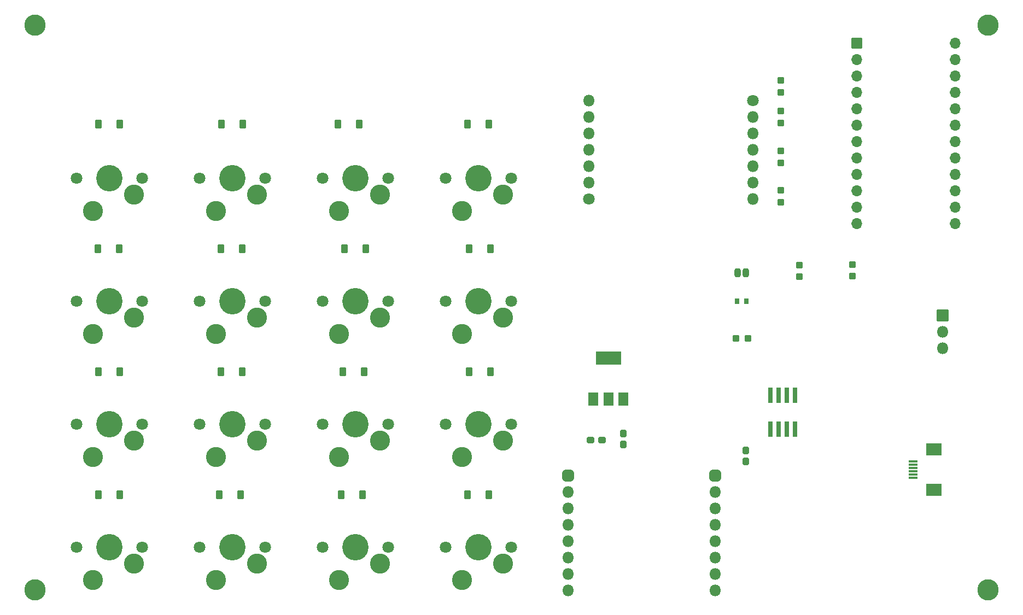
<source format=gbr>
%TF.GenerationSoftware,KiCad,Pcbnew,(6.0.1)*%
%TF.CreationDate,2022-12-10T14:50:15+08:00*%
%TF.ProjectId,Scroller1 two,5363726f-6c6c-4657-9231-2074776f2e6b,rev?*%
%TF.SameCoordinates,Original*%
%TF.FileFunction,Soldermask,Top*%
%TF.FilePolarity,Negative*%
%FSLAX46Y46*%
G04 Gerber Fmt 4.6, Leading zero omitted, Abs format (unit mm)*
G04 Created by KiCad (PCBNEW (6.0.1)) date 2022-12-10 14:50:15*
%MOMM*%
%LPD*%
G01*
G04 APERTURE LIST*
G04 Aperture macros list*
%AMRoundRect*
0 Rectangle with rounded corners*
0 $1 Rounding radius*
0 $2 $3 $4 $5 $6 $7 $8 $9 X,Y pos of 4 corners*
0 Add a 4 corners polygon primitive as box body*
4,1,4,$2,$3,$4,$5,$6,$7,$8,$9,$2,$3,0*
0 Add four circle primitives for the rounded corners*
1,1,$1+$1,$2,$3*
1,1,$1+$1,$4,$5*
1,1,$1+$1,$6,$7*
1,1,$1+$1,$8,$9*
0 Add four rect primitives between the rounded corners*
20,1,$1+$1,$2,$3,$4,$5,0*
20,1,$1+$1,$4,$5,$6,$7,0*
20,1,$1+$1,$6,$7,$8,$9,0*
20,1,$1+$1,$8,$9,$2,$3,0*%
G04 Aperture macros list end*
%ADD10RoundRect,0.050000X0.450000X0.600000X-0.450000X0.600000X-0.450000X-0.600000X0.450000X-0.600000X0*%
%ADD11RoundRect,0.287500X0.237500X-0.250000X0.237500X0.250000X-0.237500X0.250000X-0.237500X-0.250000X0*%
%ADD12C,3.300000*%
%ADD13RoundRect,0.287500X0.237500X-0.300000X0.237500X0.300000X-0.237500X0.300000X-0.237500X-0.300000X0*%
%ADD14RoundRect,0.287500X-0.237500X0.250000X-0.237500X-0.250000X0.237500X-0.250000X0.237500X0.250000X0*%
%ADD15RoundRect,0.287500X-0.237500X0.300000X-0.237500X-0.300000X0.237500X-0.300000X0.237500X0.300000X0*%
%ADD16C,4.087800*%
%ADD17C,3.100000*%
%ADD18C,1.801800*%
%ADD19RoundRect,0.258750X0.208750X0.431250X-0.208750X0.431250X-0.208750X-0.431250X0.208750X-0.431250X0*%
%ADD20RoundRect,0.050000X-0.300000X-1.100000X0.300000X-1.100000X0.300000X1.100000X-0.300000X1.100000X0*%
%ADD21RoundRect,0.050000X0.750000X-1.000000X0.750000X1.000000X-0.750000X1.000000X-0.750000X-1.000000X0*%
%ADD22RoundRect,0.050000X1.900000X-1.000000X1.900000X1.000000X-1.900000X1.000000X-1.900000X-1.000000X0*%
%ADD23RoundRect,0.287500X0.300000X0.237500X-0.300000X0.237500X-0.300000X-0.237500X0.300000X-0.237500X0*%
%ADD24RoundRect,0.050000X-0.300000X-0.350000X0.300000X-0.350000X0.300000X0.350000X-0.300000X0.350000X0*%
%ADD25RoundRect,0.449500X0.450500X0.450500X-0.450500X0.450500X-0.450500X-0.450500X0.450500X-0.450500X0*%
%ADD26O,1.800000X1.800000*%
%ADD27RoundRect,0.050000X0.800000X0.800000X-0.800000X0.800000X-0.800000X-0.800000X0.800000X-0.800000X0*%
%ADD28O,1.700000X1.700000*%
%ADD29RoundRect,0.287500X-0.250000X-0.237500X0.250000X-0.237500X0.250000X0.237500X-0.250000X0.237500X0*%
%ADD30RoundRect,0.050000X0.650000X-0.150000X0.650000X0.150000X-0.650000X0.150000X-0.650000X-0.150000X0*%
%ADD31RoundRect,0.050000X1.100000X-0.900000X1.100000X0.900000X-1.100000X0.900000X-1.100000X-0.900000X0*%
%ADD32RoundRect,0.050000X-0.850000X-0.850000X0.850000X-0.850000X0.850000X0.850000X-0.850000X0.850000X0*%
%ADD33C,1.800000*%
G04 APERTURE END LIST*
D10*
%TO.C,D1_1*%
X119194000Y-91821000D03*
X115894000Y-91821000D03*
%TD*%
D11*
%TO.C,RS_2*%
X183388000Y-67564000D03*
X183388000Y-65739000D03*
%TD*%
D12*
%TO.C,MHole_3*%
X215546000Y-57196000D03*
%TD*%
D13*
%TO.C,C1*%
X178040000Y-124714000D03*
X178040000Y-122989000D03*
%TD*%
D10*
%TO.C,D2_0*%
X138496000Y-110871000D03*
X135196000Y-110871000D03*
%TD*%
D14*
%TO.C,RT_4*%
X194550000Y-94234000D03*
X194550000Y-96059000D03*
%TD*%
D10*
%TO.C,D0_1*%
X118135400Y-72517000D03*
X114835400Y-72517000D03*
%TD*%
D15*
%TO.C,C3*%
X159004000Y-120396000D03*
X159004000Y-122121000D03*
%TD*%
D16*
%TO.C,SW_0_0*%
X136592000Y-80899000D03*
D17*
X140402000Y-83439000D03*
D18*
X141672000Y-80899000D03*
D17*
X134052000Y-85979000D03*
D18*
X131512000Y-80899000D03*
%TD*%
D19*
%TO.C,C2*%
X178032500Y-95504000D03*
X176777500Y-95504000D03*
%TD*%
D10*
%TO.C,D1_0*%
X138498000Y-91821000D03*
X135198000Y-91821000D03*
%TD*%
D17*
%TO.C,SW_2_1*%
X115002000Y-124079000D03*
D18*
X122622000Y-118999000D03*
X112462000Y-118999000D03*
D17*
X121352000Y-121539000D03*
D16*
X117542000Y-118999000D03*
%TD*%
D12*
%TO.C,MHole_1*%
X67946000Y-57196000D03*
%TD*%
%TO.C,MHole_6*%
X215546000Y-144596000D03*
%TD*%
D20*
%TO.C,UM1*%
X181850035Y-119692460D03*
X183120035Y-119692460D03*
X184390035Y-119692460D03*
X185660035Y-119692460D03*
X185660035Y-114492460D03*
X184390035Y-114492460D03*
X183120035Y-114492460D03*
X181850035Y-114492460D03*
%TD*%
D18*
%TO.C,SW_1_0*%
X131512000Y-99949000D03*
D17*
X134052000Y-105029000D03*
D16*
X136592000Y-99949000D03*
D18*
X141672000Y-99949000D03*
D17*
X140402000Y-102489000D03*
%TD*%
D21*
%TO.C,AMS1*%
X154418000Y-115062000D03*
X156718000Y-115062000D03*
D22*
X156718000Y-108762000D03*
D21*
X159018000Y-115062000D03*
%TD*%
D23*
%TO.C,C4*%
X155702000Y-121412000D03*
X153977000Y-121412000D03*
%TD*%
D10*
%TO.C,D1_2*%
X100016000Y-91821000D03*
X96716000Y-91821000D03*
%TD*%
%TO.C,D2_3*%
X81092000Y-110871000D03*
X77792000Y-110871000D03*
%TD*%
D17*
%TO.C,SW_3_0*%
X140402000Y-140589000D03*
D18*
X141672000Y-138049000D03*
D16*
X136592000Y-138049000D03*
D18*
X131512000Y-138049000D03*
D17*
X134052000Y-143129000D03*
%TD*%
D18*
%TO.C,SW_1_3*%
X84522000Y-99949000D03*
X74362000Y-99949000D03*
D17*
X83252000Y-102489000D03*
X76902000Y-105029000D03*
D16*
X79442000Y-99949000D03*
%TD*%
D17*
%TO.C,SW_1_2*%
X102302000Y-102489000D03*
D16*
X98492000Y-99949000D03*
D18*
X103572000Y-99949000D03*
D17*
X95952000Y-105029000D03*
D18*
X93412000Y-99949000D03*
%TD*%
D24*
%TO.C,D1*%
X178054000Y-99949000D03*
X176654000Y-99949000D03*
%TD*%
D25*
%TO.C,TMC1*%
X150472107Y-126961107D03*
D26*
X150472107Y-129501107D03*
X150472107Y-132041107D03*
X150472107Y-134581107D03*
X150472107Y-137121107D03*
X150472107Y-139661107D03*
X150472107Y-142201107D03*
X150472107Y-144741107D03*
D25*
X173272107Y-126961107D03*
D26*
X173272107Y-129501107D03*
X173272107Y-132041107D03*
X173272107Y-134581107D03*
X173272107Y-137121107D03*
X173272107Y-139661107D03*
X173272107Y-142201107D03*
X173272107Y-144741107D03*
%TD*%
D11*
%TO.C,RM_1*%
X183388000Y-84582000D03*
X183388000Y-82757000D03*
%TD*%
D17*
%TO.C,SW_0_3*%
X76902000Y-85979000D03*
D16*
X79442000Y-80899000D03*
D18*
X74362000Y-80899000D03*
D17*
X83252000Y-83439000D03*
D18*
X84522000Y-80899000D03*
%TD*%
%TO.C,SW_3_2*%
X103572000Y-138049000D03*
X93412000Y-138049000D03*
D17*
X95952000Y-143129000D03*
X102302000Y-140589000D03*
D16*
X98492000Y-138049000D03*
%TD*%
D17*
%TO.C,SW_0_1*%
X115002000Y-85979000D03*
D18*
X112462000Y-80899000D03*
D16*
X117542000Y-80899000D03*
D18*
X122622000Y-80899000D03*
D17*
X121352000Y-83439000D03*
%TD*%
D14*
%TO.C,RT_3*%
X186295000Y-94314000D03*
X186295000Y-96139000D03*
%TD*%
D27*
%TO.C,QMK1*%
X195185000Y-59944000D03*
D28*
X195185000Y-62484000D03*
X195185000Y-65024000D03*
X195185000Y-67564000D03*
X195185000Y-70104000D03*
X195185000Y-72644000D03*
X195185000Y-75184000D03*
X195185000Y-77724000D03*
X195185000Y-80264000D03*
X195185000Y-82804000D03*
X195185000Y-85344000D03*
X195185000Y-87884000D03*
X210425000Y-87884000D03*
X210425000Y-85344000D03*
X210425000Y-82804000D03*
X210425000Y-80264000D03*
X210425000Y-77724000D03*
X210425000Y-75184000D03*
X210425000Y-72644000D03*
X210425000Y-70104000D03*
X210425000Y-67564000D03*
X210425000Y-65024000D03*
X210425000Y-62484000D03*
X210425000Y-59944000D03*
%TD*%
D29*
%TO.C,RT_1*%
X176492500Y-105664000D03*
X178317500Y-105664000D03*
%TD*%
D10*
%TO.C,D0_3*%
X81092000Y-72517000D03*
X77792000Y-72517000D03*
%TD*%
D11*
%TO.C,RS_1*%
X183388000Y-72286500D03*
X183388000Y-70461500D03*
%TD*%
D10*
%TO.C,D3_1*%
X118684000Y-129921000D03*
X115384000Y-129921000D03*
%TD*%
D18*
%TO.C,SW_3_1*%
X112462000Y-138049000D03*
X122622000Y-138049000D03*
D16*
X117542000Y-138049000D03*
D17*
X121352000Y-140589000D03*
X115002000Y-143129000D03*
%TD*%
%TO.C,SW_1_1*%
X121352000Y-102489000D03*
D16*
X117542000Y-99949000D03*
D18*
X122622000Y-99949000D03*
X112462000Y-99949000D03*
D17*
X115002000Y-105029000D03*
%TD*%
D10*
%TO.C,D2_1*%
X118938000Y-110871000D03*
X115638000Y-110871000D03*
%TD*%
D30*
%TO.C,UVW1*%
X203890000Y-127234000D03*
X203890000Y-126734000D03*
X203890000Y-126234000D03*
X203890000Y-125734000D03*
X203890000Y-125234000D03*
X203890000Y-124734000D03*
D31*
X207140000Y-129134000D03*
X207140000Y-122834000D03*
%TD*%
D10*
%TO.C,D2_2*%
X100014000Y-110871000D03*
X96714000Y-110871000D03*
%TD*%
D16*
%TO.C,SW_2_2*%
X98492000Y-118999000D03*
D17*
X95952000Y-124079000D03*
D18*
X103572000Y-118999000D03*
D17*
X102302000Y-121539000D03*
D18*
X93412000Y-118999000D03*
%TD*%
D17*
%TO.C,SW_2_3*%
X76902000Y-124079000D03*
X83252000Y-121539000D03*
D18*
X84522000Y-118999000D03*
X74362000Y-118999000D03*
D16*
X79442000Y-118999000D03*
%TD*%
D32*
%TO.C,J1*%
X208477000Y-102123000D03*
D26*
X208477000Y-104663000D03*
X208477000Y-107203000D03*
%TD*%
D10*
%TO.C,D3_3*%
X81092000Y-129921000D03*
X77792000Y-129921000D03*
%TD*%
%TO.C,D3_0*%
X138242000Y-129921000D03*
X134942000Y-129921000D03*
%TD*%
D18*
%TO.C,SW_0_2*%
X103572000Y-80899000D03*
D17*
X102302000Y-83439000D03*
X95952000Y-85979000D03*
D16*
X98492000Y-80899000D03*
D18*
X93412000Y-80899000D03*
%TD*%
D12*
%TO.C,MHole_4*%
X67946000Y-144596000D03*
%TD*%
D10*
%TO.C,D0_2*%
X100142000Y-72517000D03*
X96842000Y-72517000D03*
%TD*%
%TO.C,D1_3*%
X80966000Y-91821000D03*
X77666000Y-91821000D03*
%TD*%
D11*
%TO.C,RM_2*%
X183388000Y-78486000D03*
X183388000Y-76661000D03*
%TD*%
D10*
%TO.C,D3_2*%
X99760000Y-129921000D03*
X96460000Y-129921000D03*
%TD*%
%TO.C,D0_0*%
X138242000Y-72517000D03*
X134942000Y-72517000D03*
%TD*%
D18*
%TO.C,SW_3_3*%
X84522000Y-138049000D03*
D17*
X76902000Y-143129000D03*
D18*
X74362000Y-138049000D03*
D17*
X83252000Y-140589000D03*
D16*
X79442000Y-138049000D03*
%TD*%
%TO.C,SW_2_0*%
X136592000Y-118999000D03*
D18*
X131512000Y-118999000D03*
D17*
X134052000Y-124079000D03*
X140402000Y-121539000D03*
D18*
X141672000Y-118999000D03*
%TD*%
D26*
%TO.C,ESP32_A1*%
X153750500Y-68814000D03*
X153750500Y-71354000D03*
X153750500Y-73894000D03*
X153750500Y-76434000D03*
X153750500Y-78974000D03*
X153750500Y-81514000D03*
D33*
X153750500Y-84054000D03*
X179070000Y-68834000D03*
D26*
X179070000Y-71374000D03*
X179070000Y-73914000D03*
X179070000Y-76454000D03*
X179070000Y-78994000D03*
X179070000Y-81534000D03*
X179070000Y-84074000D03*
%TD*%
M02*

</source>
